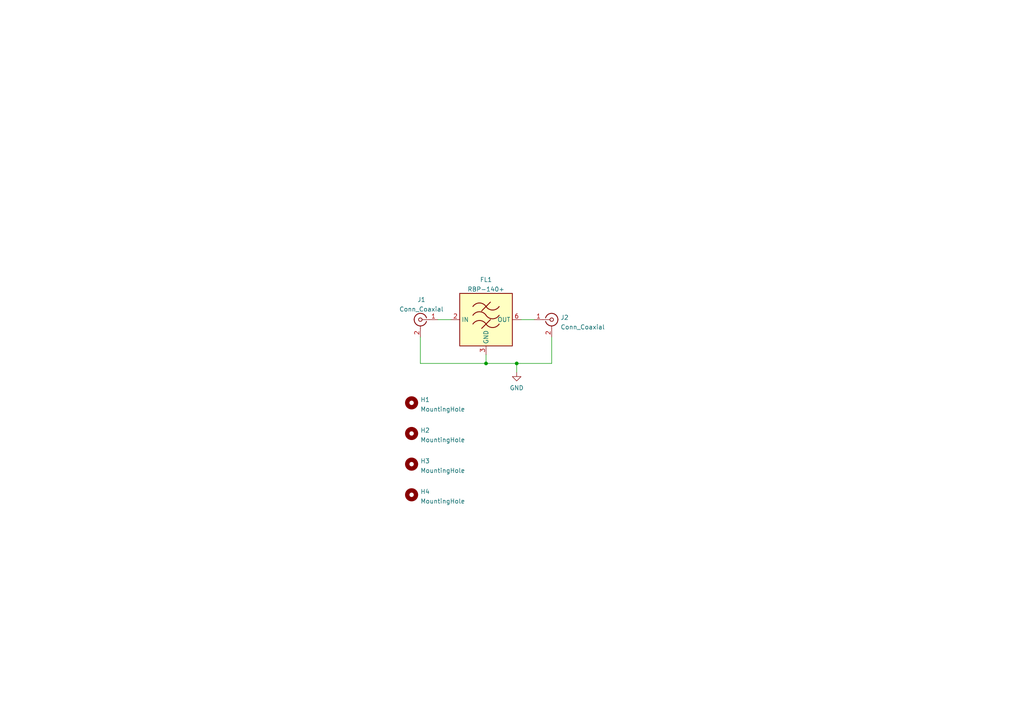
<source format=kicad_sch>
(kicad_sch (version 20211123) (generator eeschema)
  (paper "A4")
  (lib_symbols
    (symbol "Connector:Conn_Coaxial" (pin_names (offset 1.016) hide)
      (property "Reference" "J" (at 0.254 3.048 0))
      (property "Value" "Conn_Coaxial" (at 2.921 0 90))
      (symbol "Conn_Coaxial_0_1"
        (arc (start -1.778 -0.508) (mid 0.222 -1.808) (end 1.778 0) (stroke (width 0.254)))
        (polyline (pts (xy -2.54 0) (xy -0.508 0)))
        (polyline (pts (xy 0 -2.54) (xy 0 -1.778)))
        (circle (center 0 0) (radius 0.508) (stroke (width 0.2032)))
        (arc (start 1.778 0) (mid 0.2221 1.8083) (end -1.778 0.508) (stroke (width 0.254)))
      )
      (symbol "Conn_Coaxial_1_1"
        (pin passive line (at -5.08 0 0) (length 2.54) (name "In") (number "1"))
        (pin passive line (at 0 -5.08 90) (length 2.54) (name "Ext") (number "2"))
      )
    )
    (symbol "Mechanical:MountingHole" (pin_names (offset 1.016))
      (property "Reference" "H" (at 0 5.08 0))
      (property "Value" "MountingHole" (at 0 3.175 0))
      (symbol "MountingHole_0_1"
        (circle (center 0 0) (radius 1.27) (stroke (width 1.27)))
      )
    )
    (symbol "RBP-140+:RBP-140+"
      (property "Reference" "FL" (at 0 10.795 0))
      (property "Value" "RBP-140+" (at 0 8.89 0))
      (symbol "RBP-140+_0_1"
        (rectangle (start -7.62 7.62) (end 7.62 -7.62) (stroke (width 0.254)) (fill (type background)))
        (arc (start 0 -1.27) (mid -1.905 -0.2505) (end -3.81 -1.27) (stroke (width 0.254)))
        (arc (start 0 -1.27) (mid 1.905 -2.2895) (end 3.81 -1.27) (stroke (width 0.254)))
        (polyline (pts (xy -1.27 -2.54) (xy 1.27 0)) (stroke (width 0.254)))
        (polyline (pts (xy -1.27 2.54) (xy 1.27 5.08)) (stroke (width 0.254)))
        (arc (start 0 1.27) (mid -1.905 2.2895) (end -3.81 1.27) (stroke (width 0.254)))
        (arc (start 0 1.27) (mid 1.905 0.2505) (end 3.81 1.27) (stroke (width 0.254)))
        (arc (start 0 3.81) (mid -1.905 4.8295) (end -3.81 3.81) (stroke (width 0.254)))
        (arc (start 0 3.81) (mid 1.905 2.7905) (end 3.81 3.81) (stroke (width 0.254)))
      )
      (symbol "RBP-140+_1_1"
        (pin passive line (at 0 -10.16 90) (length 2.54) hide (name "GND") (number "1"))
        (pin passive line (at -10.16 0 0) (length 2.54) (name "IN") (number "2"))
        (pin passive line (at 0 -10.16 90) (length 2.54) (name "GND") (number "3"))
        (pin passive line (at 0 -10.16 90) (length 2.54) hide (name "GND") (number "4"))
        (pin passive line (at 0 -10.16 90) (length 2.54) hide (name "GND") (number "5"))
        (pin passive line (at 10.16 0 180) (length 2.54) (name "OUT") (number "6"))
        (pin passive line (at 0 -10.16 90) (length 2.54) hide (name "GND") (number "7"))
        (pin passive line (at 0 -10.16 90) (length 2.54) hide (name "GND") (number "8"))
      )
    )
    (symbol "power:GND" (power) (pin_names (offset 0))
      (property "Value" "GND" (at 0 -3.81 0))
      (symbol "GND_0_1"
        (polyline (pts (xy 0 0) (xy 0 -1.27) (xy 1.27 -1.27) (xy 0 -2.54) (xy -1.27 -1.27) (xy 0 -1.27)))
      )
      (symbol "GND_1_1"
        (pin power_in line (at 0 0 270) (length 0) hide (name "GND") (number "1"))
      )
    )
  )
  (junction (at 140.97 105.41))
  (junction (at 149.86 105.41))
  (wire (pts (xy 127 92.71) (xy 130.81 92.71)))
  (wire (pts (xy 151.13 92.71) (xy 154.94 92.71)))
  (wire (pts (xy 149.86 105.41) (xy 149.86 107.95)))
  (wire (pts (xy 160.02 105.41) (xy 160.02 97.79)))
  (wire (pts (xy 140.97 105.41) (xy 140.97 102.87)))
  (wire (pts (xy 149.86 105.41) (xy 160.02 105.41)))
  (wire (pts (xy 121.92 97.79) (xy 121.92 105.41)))
  (wire (pts (xy 121.92 105.41) (xy 140.97 105.41)))
  (wire (pts (xy 140.97 105.41) (xy 149.86 105.41)))
  (symbol (lib_id "Mechanical:MountingHole") (at 119.38 143.51 0) (unit 1)
    (property "Reference" "H4" (at 121.92 142.6015 0) (effects (justify left)))
    (property "Value" "MountingHole" (at 121.92 145.3766 0) (effects (justify left)))
    (property "Footprint" "MountingHole:MountingHole_2.2mm_M2_DIN965" (effects hide))
  )
  (symbol (lib_id "Mechanical:MountingHole") (at 119.38 116.84 0) (unit 1)
    (property "Reference" "H1" (at 121.92 115.9315 0) (effects (justify left)))
    (property "Value" "MountingHole" (at 121.92 118.7066 0) (effects (justify left)))
    (property "Footprint" "MountingHole:MountingHole_2.2mm_M2_DIN965" (effects hide))
  )
  (symbol (lib_id "Mechanical:MountingHole") (at 119.38 134.62 0) (unit 1)
    (property "Reference" "H3" (at 121.92 133.7115 0) (effects (justify left)))
    (property "Value" "MountingHole" (at 121.92 136.4866 0) (effects (justify left)))
    (property "Footprint" "MountingHole:MountingHole_2.2mm_M2_DIN965" (effects hide))
  )
  (symbol (lib_id "Mechanical:MountingHole") (at 119.38 125.73 0) (unit 1)
    (property "Reference" "H2" (at 121.92 124.8215 0) (effects (justify left)))
    (property "Value" "MountingHole" (at 121.92 127.5966 0) (effects (justify left)))
    (property "Footprint" "MountingHole:MountingHole_2.2mm_M2_DIN965" (effects hide))
  )
  (symbol (lib_id "Connector:Conn_Coaxial") (at 160.02 92.71 0) (unit 1)
    (property "Reference" "J2" (at 162.56 92.0947 0) (effects (justify left)))
    (property "Value" "Conn_Coaxial" (at 162.56 94.8698 0) (effects (justify left)))
    (property "Footprint" "Connector_Coaxial:SMA_Samtec_SMA-J-P-X-ST-EM1_EdgeMount" (effects hide))
    (property "Datasheet" " ~" (effects hide))
  )
  (symbol (lib_id "RBP-140+:RBP-140+") (at 140.97 92.71 0) (unit 1)
    (property "Reference" "FL1" (at 140.97 81.1235 0))
    (property "Value" "RBP-140+" (at 140.97 83.8986 0))
    (property "Footprint" "RF_Mini-Circuits:Mini-Circuits_GP731_LandPatternPL-176" (effects hide))
    (property "Datasheet" "https://www.mouser.co.uk/datasheet/2/1030/RBP_140_2b-1701081.pdf" (effects hide))
  )
  (symbol (lib_id "Connector:Conn_Coaxial") (at 121.92 92.71 0) (mirror y) (unit 1)
    (property "Reference" "J1" (at 122.2374 86.9169 0))
    (property "Value" "Conn_Coaxial" (at 122.2374 89.692 0))
    (property "Footprint" "Connector_Coaxial:SMA_Samtec_SMA-J-P-X-ST-EM1_EdgeMount" (effects hide))
    (property "Datasheet" " ~" (effects hide))
  )
  (symbol (lib_id "power:GND") (at 149.86 107.95 0) (unit 1)
    (property "Reference" "#PWR0101" (effects hide))
    (property "Value" "GND" (at 149.86 112.5125 0))
  )
)
</source>
